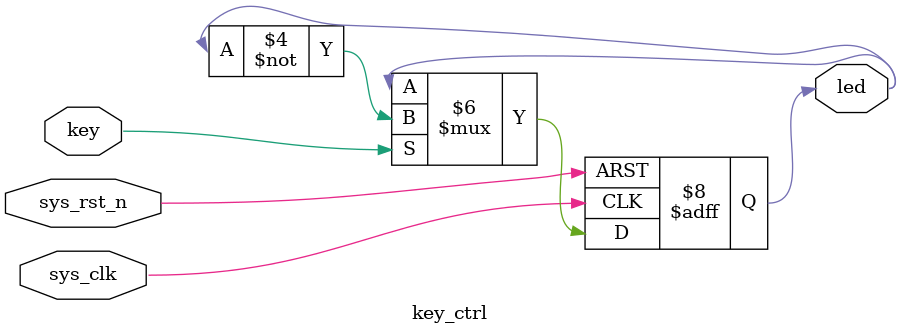
<source format=v>
module key_ctrl(
    input   wire  sys_clk   ,
    input   wire  sys_rst_n ,
    input   wire  key       ,

    output  reg   led
);
always @(posedge sys_clk or negedge sys_rst_n)begin
    if(!sys_rst_n)begin
        led <= 1'b0;
    end 
    else if(key == 1'b1)begin
        led <= ~led;
    end 
    else begin
        led <= led;
    end 
end 
endmodule
</source>
